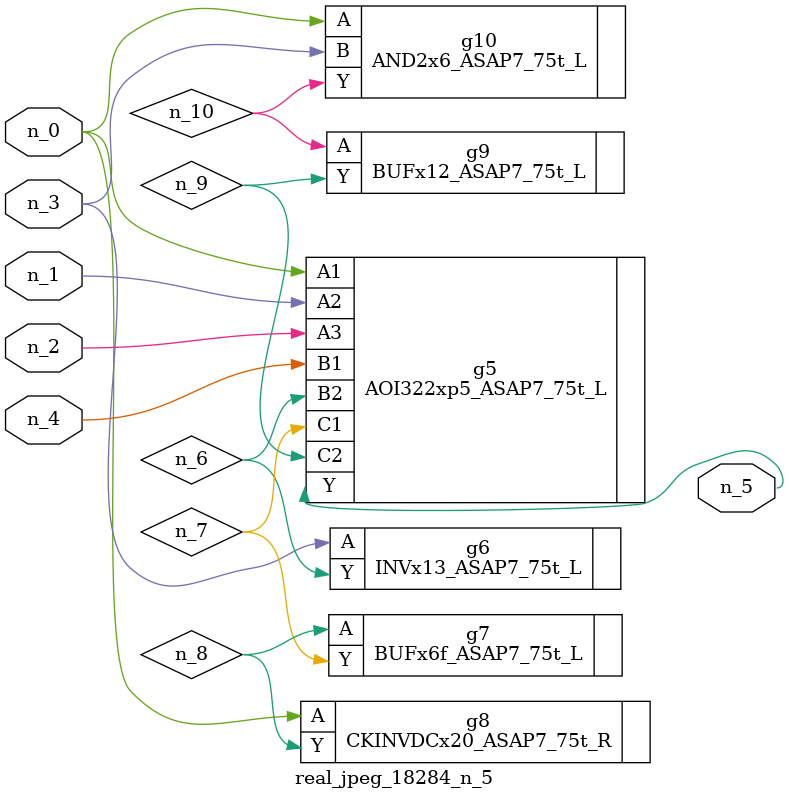
<source format=v>
module real_jpeg_18284_n_5 (n_4, n_0, n_1, n_2, n_3, n_5);

input n_4;
input n_0;
input n_1;
input n_2;
input n_3;

output n_5;

wire n_8;
wire n_6;
wire n_7;
wire n_10;
wire n_9;

AOI322xp5_ASAP7_75t_L g5 ( 
.A1(n_0),
.A2(n_1),
.A3(n_2),
.B1(n_4),
.B2(n_6),
.C1(n_7),
.C2(n_9),
.Y(n_5)
);

CKINVDCx20_ASAP7_75t_R g8 ( 
.A(n_0),
.Y(n_8)
);

AND2x6_ASAP7_75t_L g10 ( 
.A(n_0),
.B(n_3),
.Y(n_10)
);

INVx13_ASAP7_75t_L g6 ( 
.A(n_3),
.Y(n_6)
);

BUFx6f_ASAP7_75t_L g7 ( 
.A(n_8),
.Y(n_7)
);

BUFx12_ASAP7_75t_L g9 ( 
.A(n_10),
.Y(n_9)
);


endmodule
</source>
